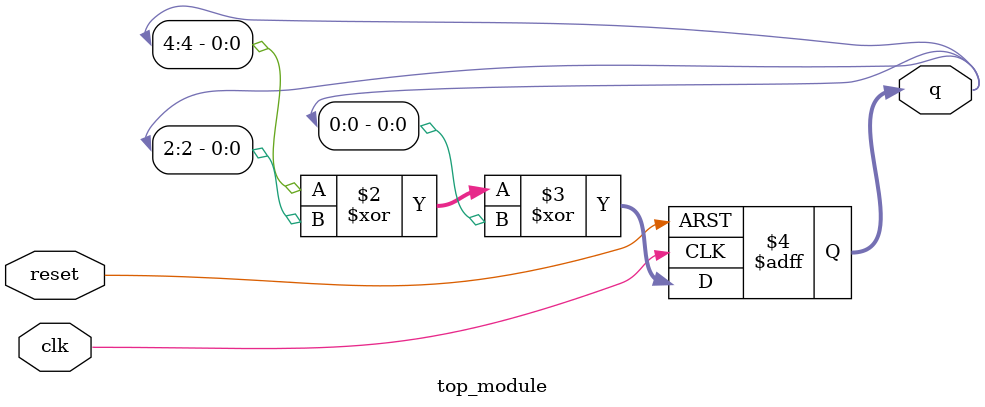
<source format=sv>
module top_module(
	input clk,
	input reset,
	output reg [4:0] q);

	always @(posedge clk or posedge reset) begin
		if (reset) begin
			q <= 1;
		end else begin
			q <= q[4] ^ q[2] ^ q[0];
		end
	end
endmodule

</source>
